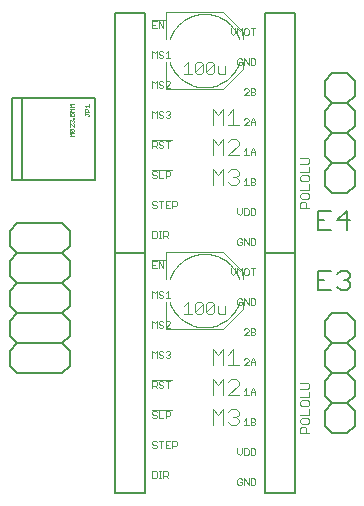
<source format=gto>
G75*
%MOIN*%
%OFA0B0*%
%FSLAX24Y24*%
%IPPOS*%
%LPD*%
%AMOC8*
5,1,8,0,0,1.08239X$1,22.5*
%
%ADD10C,0.0040*%
%ADD11C,0.0060*%
%ADD12C,0.0050*%
%ADD13C,0.0020*%
%ADD14C,0.0030*%
%ADD15C,0.0080*%
%ADD16C,0.0010*%
D10*
X006370Y006620D02*
X006370Y007526D01*
X006370Y008274D02*
X006370Y009180D01*
X008260Y009180D01*
X008930Y008510D01*
X008930Y008274D01*
X008930Y007526D02*
X008930Y007290D01*
X008260Y006620D01*
X006370Y006620D01*
X006489Y008274D02*
X006511Y008338D01*
X006538Y008401D01*
X006568Y008463D01*
X006601Y008522D01*
X006637Y008580D01*
X006677Y008636D01*
X006720Y008689D01*
X006765Y008740D01*
X006813Y008788D01*
X006864Y008833D01*
X006918Y008876D01*
X006974Y008915D01*
X007031Y008952D01*
X007091Y008985D01*
X007153Y009014D01*
X007216Y009040D01*
X007280Y009063D01*
X007346Y009082D01*
X007413Y009097D01*
X007480Y009108D01*
X007548Y009116D01*
X007616Y009120D01*
X007684Y009120D01*
X007752Y009116D01*
X007820Y009108D01*
X007887Y009097D01*
X007954Y009082D01*
X008020Y009063D01*
X008084Y009040D01*
X008147Y009014D01*
X008209Y008985D01*
X008269Y008952D01*
X008326Y008915D01*
X008382Y008876D01*
X008436Y008833D01*
X008487Y008788D01*
X008535Y008740D01*
X008580Y008689D01*
X008623Y008636D01*
X008663Y008580D01*
X008699Y008522D01*
X008732Y008463D01*
X008762Y008401D01*
X008789Y008338D01*
X008811Y008274D01*
X008811Y007526D02*
X008789Y007462D01*
X008762Y007399D01*
X008732Y007337D01*
X008699Y007278D01*
X008663Y007220D01*
X008623Y007164D01*
X008580Y007111D01*
X008535Y007060D01*
X008487Y007012D01*
X008436Y006967D01*
X008382Y006924D01*
X008326Y006885D01*
X008269Y006848D01*
X008209Y006815D01*
X008147Y006786D01*
X008084Y006760D01*
X008020Y006737D01*
X007954Y006718D01*
X007887Y006703D01*
X007820Y006692D01*
X007752Y006684D01*
X007684Y006680D01*
X007616Y006680D01*
X007548Y006684D01*
X007480Y006692D01*
X007413Y006703D01*
X007346Y006718D01*
X007280Y006737D01*
X007216Y006760D01*
X007153Y006786D01*
X007091Y006815D01*
X007031Y006848D01*
X006974Y006885D01*
X006918Y006924D01*
X006864Y006967D01*
X006813Y007012D01*
X006765Y007060D01*
X006720Y007111D01*
X006677Y007164D01*
X006637Y007220D01*
X006601Y007278D01*
X006568Y007337D01*
X006538Y007399D01*
X006511Y007462D01*
X006489Y007526D01*
X007920Y005940D02*
X008093Y005767D01*
X008267Y005940D01*
X008267Y005420D01*
X008436Y005420D02*
X008783Y005420D01*
X008609Y005420D02*
X008609Y005940D01*
X008436Y005767D01*
X007920Y005940D02*
X007920Y005420D01*
X007920Y004940D02*
X008093Y004767D01*
X008267Y004940D01*
X008267Y004420D01*
X008436Y004420D02*
X008783Y004767D01*
X008783Y004854D01*
X008696Y004940D01*
X008522Y004940D01*
X008436Y004854D01*
X008436Y004420D02*
X008783Y004420D01*
X008696Y003940D02*
X008522Y003940D01*
X008436Y003854D01*
X008609Y003680D02*
X008696Y003680D01*
X008783Y003593D01*
X008783Y003507D01*
X008696Y003420D01*
X008522Y003420D01*
X008436Y003507D01*
X008267Y003420D02*
X008267Y003940D01*
X008093Y003767D01*
X007920Y003940D01*
X007920Y003420D01*
X008696Y003680D02*
X008783Y003767D01*
X008783Y003854D01*
X008696Y003940D01*
X007920Y004420D02*
X007920Y004940D01*
X007920Y011420D02*
X007920Y011940D01*
X008093Y011767D01*
X008267Y011940D01*
X008267Y011420D01*
X008436Y011507D02*
X008522Y011420D01*
X008696Y011420D01*
X008783Y011507D01*
X008783Y011593D01*
X008696Y011680D01*
X008609Y011680D01*
X008696Y011680D02*
X008783Y011767D01*
X008783Y011854D01*
X008696Y011940D01*
X008522Y011940D01*
X008436Y011854D01*
X008436Y012420D02*
X008783Y012767D01*
X008783Y012854D01*
X008696Y012940D01*
X008522Y012940D01*
X008436Y012854D01*
X008267Y012940D02*
X008267Y012420D01*
X008436Y012420D02*
X008783Y012420D01*
X008267Y012940D02*
X008093Y012767D01*
X007920Y012940D01*
X007920Y012420D01*
X007920Y013420D02*
X007920Y013940D01*
X008093Y013767D01*
X008267Y013940D01*
X008267Y013420D01*
X008436Y013420D02*
X008783Y013420D01*
X008609Y013420D02*
X008609Y013940D01*
X008436Y013767D01*
X008260Y014620D02*
X006370Y014620D01*
X006370Y015526D01*
X006370Y016274D02*
X006370Y017180D01*
X008260Y017180D01*
X008930Y016510D01*
X008930Y016274D01*
X008930Y015526D02*
X008930Y015290D01*
X008260Y014620D01*
X008811Y016274D02*
X008789Y016338D01*
X008762Y016401D01*
X008732Y016463D01*
X008699Y016522D01*
X008663Y016580D01*
X008623Y016636D01*
X008580Y016689D01*
X008535Y016740D01*
X008487Y016788D01*
X008436Y016833D01*
X008382Y016876D01*
X008326Y016915D01*
X008269Y016952D01*
X008209Y016985D01*
X008147Y017014D01*
X008084Y017040D01*
X008020Y017063D01*
X007954Y017082D01*
X007887Y017097D01*
X007820Y017108D01*
X007752Y017116D01*
X007684Y017120D01*
X007616Y017120D01*
X007548Y017116D01*
X007480Y017108D01*
X007413Y017097D01*
X007346Y017082D01*
X007280Y017063D01*
X007216Y017040D01*
X007153Y017014D01*
X007091Y016985D01*
X007031Y016952D01*
X006974Y016915D01*
X006918Y016876D01*
X006864Y016833D01*
X006813Y016788D01*
X006765Y016740D01*
X006720Y016689D01*
X006677Y016636D01*
X006637Y016580D01*
X006601Y016522D01*
X006568Y016463D01*
X006538Y016401D01*
X006511Y016338D01*
X006489Y016274D01*
X006489Y015526D02*
X006511Y015462D01*
X006538Y015399D01*
X006568Y015337D01*
X006601Y015278D01*
X006637Y015220D01*
X006677Y015164D01*
X006720Y015111D01*
X006765Y015060D01*
X006813Y015012D01*
X006864Y014967D01*
X006918Y014924D01*
X006974Y014885D01*
X007031Y014848D01*
X007091Y014815D01*
X007153Y014786D01*
X007216Y014760D01*
X007280Y014737D01*
X007346Y014718D01*
X007413Y014703D01*
X007480Y014692D01*
X007548Y014684D01*
X007616Y014680D01*
X007684Y014680D01*
X007752Y014684D01*
X007820Y014692D01*
X007887Y014703D01*
X007954Y014718D01*
X008020Y014737D01*
X008084Y014760D01*
X008147Y014786D01*
X008209Y014815D01*
X008269Y014848D01*
X008326Y014885D01*
X008382Y014924D01*
X008436Y014967D01*
X008487Y015012D01*
X008535Y015060D01*
X008580Y015111D01*
X008623Y015164D01*
X008663Y015220D01*
X008699Y015278D01*
X008732Y015337D01*
X008762Y015399D01*
X008789Y015462D01*
X008811Y015526D01*
D11*
X002900Y005150D02*
X001400Y005150D01*
X001150Y005400D01*
X001150Y005900D01*
X001400Y006150D01*
X002900Y006150D01*
X003150Y005900D01*
X003150Y005400D01*
X002900Y005150D01*
X002900Y006150D02*
X003150Y006400D01*
X003150Y006900D01*
X002900Y007150D01*
X001400Y007150D01*
X001150Y006900D01*
X001150Y006400D01*
X001400Y006150D01*
X001400Y007150D02*
X001150Y007400D01*
X001150Y007900D01*
X001400Y008150D01*
X002900Y008150D01*
X003150Y007900D01*
X003150Y007400D01*
X002900Y007150D01*
X002900Y008150D02*
X003150Y008400D01*
X003150Y008900D01*
X002900Y009150D01*
X001400Y009150D01*
X001150Y008900D01*
X001150Y008400D01*
X001400Y008150D01*
X001400Y009150D02*
X001150Y009400D01*
X001150Y009900D01*
X001400Y010150D01*
X002900Y010150D01*
X003150Y009900D01*
X003150Y009400D01*
X002900Y009150D01*
X011430Y008571D02*
X011430Y007930D01*
X011857Y007930D01*
X012075Y008037D02*
X012181Y007930D01*
X012395Y007930D01*
X012502Y008037D01*
X012502Y008144D01*
X012395Y008250D01*
X012288Y008250D01*
X012395Y008250D02*
X012502Y008357D01*
X012502Y008464D01*
X012395Y008571D01*
X012181Y008571D01*
X012075Y008464D01*
X011857Y008571D02*
X011430Y008571D01*
X011430Y008250D02*
X011644Y008250D01*
X011900Y007150D02*
X011650Y006900D01*
X011650Y006400D01*
X011900Y006150D01*
X011650Y005900D01*
X011650Y005400D01*
X011900Y005150D01*
X012400Y005150D01*
X012650Y005400D01*
X012650Y005900D01*
X012400Y006150D01*
X011900Y006150D01*
X012400Y006150D02*
X012650Y006400D01*
X012650Y006900D01*
X012400Y007150D01*
X011900Y007150D01*
X011900Y005150D02*
X011650Y004900D01*
X011650Y004400D01*
X011900Y004150D01*
X011650Y003900D01*
X011650Y003400D01*
X011900Y003150D01*
X012400Y003150D01*
X012650Y003400D01*
X012650Y003900D01*
X012400Y004150D01*
X011900Y004150D01*
X012400Y004150D02*
X012650Y004400D01*
X012650Y004900D01*
X012400Y005150D01*
X012395Y009930D02*
X012395Y010571D01*
X012075Y010250D01*
X012502Y010250D01*
X012400Y011150D02*
X011900Y011150D01*
X011650Y011400D01*
X011650Y011900D01*
X011900Y012150D01*
X011650Y012400D01*
X011650Y012900D01*
X011900Y013150D01*
X011650Y013400D01*
X011650Y013900D01*
X011900Y014150D01*
X011650Y014400D01*
X011650Y014900D01*
X011900Y015150D01*
X012400Y015150D01*
X012650Y014900D01*
X012650Y014400D01*
X012400Y014150D01*
X012650Y013900D01*
X012650Y013400D01*
X012400Y013150D01*
X011900Y013150D01*
X012400Y013150D02*
X012650Y012900D01*
X012650Y012400D01*
X012400Y012150D01*
X012650Y011900D01*
X012650Y011400D01*
X012400Y011150D01*
X011857Y010571D02*
X011430Y010571D01*
X011430Y009930D01*
X011857Y009930D01*
X011644Y010250D02*
X011430Y010250D01*
X011900Y012150D02*
X012400Y012150D01*
X012400Y014150D02*
X011900Y014150D01*
D12*
X010650Y017150D02*
X009650Y017150D01*
X009650Y009150D01*
X010650Y009150D01*
X010650Y001150D01*
X009650Y001150D01*
X009650Y009150D01*
X010650Y009150D01*
X010650Y017150D01*
X005650Y017150D02*
X005650Y009150D01*
X005650Y001150D01*
X004650Y001150D01*
X004650Y009150D01*
X005650Y009150D01*
X004650Y009150D01*
X004650Y017150D01*
X005650Y017150D01*
D13*
X005900Y016920D02*
X006342Y016920D01*
X006278Y016880D02*
X006278Y016660D01*
X006131Y016880D01*
X006131Y016660D01*
X006057Y016660D02*
X005910Y016660D01*
X005910Y016880D01*
X006057Y016880D01*
X005983Y016770D02*
X005910Y016770D01*
X005910Y015880D02*
X005983Y015807D01*
X006057Y015880D01*
X006057Y015660D01*
X006131Y015697D02*
X006168Y015660D01*
X006241Y015660D01*
X006278Y015697D01*
X006278Y015733D01*
X006241Y015770D01*
X006168Y015770D01*
X006131Y015807D01*
X006131Y015843D01*
X006168Y015880D01*
X006241Y015880D01*
X006278Y015843D01*
X006352Y015807D02*
X006425Y015880D01*
X006425Y015660D01*
X006352Y015660D02*
X006499Y015660D01*
X006462Y014880D02*
X006389Y014880D01*
X006352Y014843D01*
X006278Y014843D02*
X006241Y014880D01*
X006168Y014880D01*
X006131Y014843D01*
X006131Y014807D01*
X006168Y014770D01*
X006241Y014770D01*
X006278Y014733D01*
X006278Y014697D01*
X006241Y014660D01*
X006168Y014660D01*
X006131Y014697D01*
X006057Y014660D02*
X006057Y014880D01*
X005983Y014807D01*
X005910Y014880D01*
X005910Y014660D01*
X006352Y014660D02*
X006499Y014807D01*
X006499Y014843D01*
X006462Y014880D01*
X006499Y014660D02*
X006352Y014660D01*
X006389Y013880D02*
X006462Y013880D01*
X006499Y013843D01*
X006499Y013807D01*
X006462Y013770D01*
X006499Y013733D01*
X006499Y013697D01*
X006462Y013660D01*
X006389Y013660D01*
X006352Y013697D01*
X006278Y013697D02*
X006278Y013733D01*
X006241Y013770D01*
X006168Y013770D01*
X006131Y013807D01*
X006131Y013843D01*
X006168Y013880D01*
X006241Y013880D01*
X006278Y013843D01*
X006352Y013843D02*
X006389Y013880D01*
X006425Y013770D02*
X006462Y013770D01*
X006278Y013697D02*
X006241Y013660D01*
X006168Y013660D01*
X006131Y013697D01*
X006057Y013660D02*
X006057Y013880D01*
X005983Y013807D01*
X005910Y013880D01*
X005910Y013660D01*
X005900Y012920D02*
X006563Y012920D01*
X006499Y012880D02*
X006352Y012880D01*
X006425Y012880D02*
X006425Y012660D01*
X006278Y012697D02*
X006241Y012660D01*
X006168Y012660D01*
X006131Y012697D01*
X006168Y012770D02*
X006241Y012770D01*
X006278Y012733D01*
X006278Y012697D01*
X006168Y012770D02*
X006131Y012807D01*
X006131Y012843D01*
X006168Y012880D01*
X006241Y012880D01*
X006278Y012843D01*
X006057Y012843D02*
X006057Y012770D01*
X006020Y012733D01*
X005910Y012733D01*
X005910Y012660D02*
X005910Y012880D01*
X006020Y012880D01*
X006057Y012843D01*
X005983Y012733D02*
X006057Y012660D01*
X005900Y011920D02*
X006563Y011920D01*
X006499Y011843D02*
X006462Y011880D01*
X006352Y011880D01*
X006352Y011660D01*
X006352Y011733D02*
X006462Y011733D01*
X006499Y011770D01*
X006499Y011843D01*
X006278Y011660D02*
X006131Y011660D01*
X006131Y011880D01*
X006057Y011843D02*
X006020Y011880D01*
X005947Y011880D01*
X005910Y011843D01*
X005910Y011807D01*
X005947Y011770D01*
X006020Y011770D01*
X006057Y011733D01*
X006057Y011697D01*
X006020Y011660D01*
X005947Y011660D01*
X005910Y011697D01*
X005947Y010880D02*
X005910Y010843D01*
X005910Y010807D01*
X005947Y010770D01*
X006020Y010770D01*
X006057Y010733D01*
X006057Y010697D01*
X006020Y010660D01*
X005947Y010660D01*
X005910Y010697D01*
X005947Y010880D02*
X006020Y010880D01*
X006057Y010843D01*
X006131Y010880D02*
X006278Y010880D01*
X006204Y010880D02*
X006204Y010660D01*
X006352Y010660D02*
X006499Y010660D01*
X006573Y010660D02*
X006573Y010880D01*
X006683Y010880D01*
X006720Y010843D01*
X006720Y010770D01*
X006683Y010733D01*
X006573Y010733D01*
X006425Y010770D02*
X006352Y010770D01*
X006352Y010880D02*
X006352Y010660D01*
X006352Y010880D02*
X006499Y010880D01*
X006388Y009880D02*
X006278Y009880D01*
X006278Y009660D01*
X006278Y009733D02*
X006388Y009733D01*
X006425Y009770D01*
X006425Y009843D01*
X006388Y009880D01*
X006352Y009733D02*
X006425Y009660D01*
X006204Y009660D02*
X006131Y009660D01*
X006168Y009660D02*
X006168Y009880D01*
X006204Y009880D02*
X006131Y009880D01*
X006057Y009843D02*
X006057Y009697D01*
X006020Y009660D01*
X005910Y009660D01*
X005910Y009880D01*
X006020Y009880D01*
X006057Y009843D01*
X005900Y008920D02*
X006342Y008920D01*
X006278Y008880D02*
X006278Y008660D01*
X006131Y008880D01*
X006131Y008660D01*
X006057Y008660D02*
X005910Y008660D01*
X005910Y008880D01*
X006057Y008880D01*
X005983Y008770D02*
X005910Y008770D01*
X005910Y007880D02*
X005983Y007807D01*
X006057Y007880D01*
X006057Y007660D01*
X006131Y007697D02*
X006168Y007660D01*
X006241Y007660D01*
X006278Y007697D01*
X006278Y007733D01*
X006241Y007770D01*
X006168Y007770D01*
X006131Y007807D01*
X006131Y007843D01*
X006168Y007880D01*
X006241Y007880D01*
X006278Y007843D01*
X006352Y007807D02*
X006425Y007880D01*
X006425Y007660D01*
X006352Y007660D02*
X006499Y007660D01*
X006462Y006880D02*
X006389Y006880D01*
X006352Y006843D01*
X006278Y006843D02*
X006241Y006880D01*
X006168Y006880D01*
X006131Y006843D01*
X006131Y006807D01*
X006168Y006770D01*
X006241Y006770D01*
X006278Y006733D01*
X006278Y006697D01*
X006241Y006660D01*
X006168Y006660D01*
X006131Y006697D01*
X006057Y006660D02*
X006057Y006880D01*
X005983Y006807D01*
X005910Y006880D01*
X005910Y006660D01*
X006352Y006660D02*
X006499Y006807D01*
X006499Y006843D01*
X006462Y006880D01*
X006499Y006660D02*
X006352Y006660D01*
X006389Y005880D02*
X006462Y005880D01*
X006499Y005843D01*
X006499Y005807D01*
X006462Y005770D01*
X006499Y005733D01*
X006499Y005697D01*
X006462Y005660D01*
X006389Y005660D01*
X006352Y005697D01*
X006278Y005697D02*
X006241Y005660D01*
X006168Y005660D01*
X006131Y005697D01*
X006168Y005770D02*
X006241Y005770D01*
X006278Y005733D01*
X006278Y005697D01*
X006168Y005770D02*
X006131Y005807D01*
X006131Y005843D01*
X006168Y005880D01*
X006241Y005880D01*
X006278Y005843D01*
X006352Y005843D02*
X006389Y005880D01*
X006425Y005770D02*
X006462Y005770D01*
X006057Y005880D02*
X006057Y005660D01*
X005910Y005660D02*
X005910Y005880D01*
X005983Y005807D01*
X006057Y005880D01*
X005900Y004920D02*
X006563Y004920D01*
X006499Y004880D02*
X006352Y004880D01*
X006425Y004880D02*
X006425Y004660D01*
X006278Y004697D02*
X006241Y004660D01*
X006168Y004660D01*
X006131Y004697D01*
X006168Y004770D02*
X006241Y004770D01*
X006278Y004733D01*
X006278Y004697D01*
X006168Y004770D02*
X006131Y004807D01*
X006131Y004843D01*
X006168Y004880D01*
X006241Y004880D01*
X006278Y004843D01*
X006057Y004843D02*
X006057Y004770D01*
X006020Y004733D01*
X005910Y004733D01*
X005910Y004660D02*
X005910Y004880D01*
X006020Y004880D01*
X006057Y004843D01*
X005983Y004733D02*
X006057Y004660D01*
X005900Y003920D02*
X006563Y003920D01*
X006499Y003843D02*
X006499Y003770D01*
X006462Y003733D01*
X006352Y003733D01*
X006352Y003660D02*
X006352Y003880D01*
X006462Y003880D01*
X006499Y003843D01*
X006278Y003660D02*
X006131Y003660D01*
X006131Y003880D01*
X006057Y003843D02*
X006020Y003880D01*
X005947Y003880D01*
X005910Y003843D01*
X005910Y003807D01*
X005947Y003770D01*
X006020Y003770D01*
X006057Y003733D01*
X006057Y003697D01*
X006020Y003660D01*
X005947Y003660D01*
X005910Y003697D01*
X005947Y002880D02*
X005910Y002843D01*
X005910Y002807D01*
X005947Y002770D01*
X006020Y002770D01*
X006057Y002733D01*
X006057Y002697D01*
X006020Y002660D01*
X005947Y002660D01*
X005910Y002697D01*
X005947Y002880D02*
X006020Y002880D01*
X006057Y002843D01*
X006131Y002880D02*
X006278Y002880D01*
X006204Y002880D02*
X006204Y002660D01*
X006352Y002660D02*
X006499Y002660D01*
X006573Y002660D02*
X006573Y002880D01*
X006683Y002880D01*
X006720Y002843D01*
X006720Y002770D01*
X006683Y002733D01*
X006573Y002733D01*
X006425Y002770D02*
X006352Y002770D01*
X006352Y002880D02*
X006352Y002660D01*
X006352Y002880D02*
X006499Y002880D01*
X006388Y001880D02*
X006278Y001880D01*
X006278Y001660D01*
X006278Y001733D02*
X006388Y001733D01*
X006425Y001770D01*
X006425Y001843D01*
X006388Y001880D01*
X006352Y001733D02*
X006425Y001660D01*
X006204Y001660D02*
X006131Y001660D01*
X006168Y001660D02*
X006168Y001880D01*
X006204Y001880D02*
X006131Y001880D01*
X006057Y001843D02*
X006057Y001697D01*
X006020Y001660D01*
X005910Y001660D01*
X005910Y001880D01*
X006020Y001880D01*
X006057Y001843D01*
X008747Y001603D02*
X008747Y001457D01*
X008784Y001420D01*
X008857Y001420D01*
X008894Y001457D01*
X008894Y001530D01*
X008820Y001530D01*
X008747Y001603D02*
X008784Y001640D01*
X008857Y001640D01*
X008894Y001603D01*
X008968Y001640D02*
X009115Y001420D01*
X009115Y001640D01*
X009189Y001640D02*
X009299Y001640D01*
X009336Y001603D01*
X009336Y001457D01*
X009299Y001420D01*
X009189Y001420D01*
X009189Y001640D01*
X008968Y001640D02*
X008968Y001420D01*
X008968Y002420D02*
X009078Y002420D01*
X009115Y002457D01*
X009115Y002603D01*
X009078Y002640D01*
X008968Y002640D01*
X008968Y002420D01*
X008894Y002493D02*
X008894Y002640D01*
X008894Y002493D02*
X008820Y002420D01*
X008747Y002493D01*
X008747Y002640D01*
X009189Y002640D02*
X009189Y002420D01*
X009299Y002420D01*
X009336Y002457D01*
X009336Y002603D01*
X009299Y002640D01*
X009189Y002640D01*
X009189Y003420D02*
X009299Y003420D01*
X009336Y003457D01*
X009336Y003493D01*
X009299Y003530D01*
X009189Y003530D01*
X009189Y003420D02*
X009189Y003640D01*
X009299Y003640D01*
X009336Y003603D01*
X009336Y003567D01*
X009299Y003530D01*
X009115Y003420D02*
X008968Y003420D01*
X009041Y003420D02*
X009041Y003640D01*
X008968Y003567D01*
X008968Y004420D02*
X009115Y004420D01*
X009041Y004420D02*
X009041Y004640D01*
X008968Y004567D01*
X009189Y004567D02*
X009262Y004640D01*
X009336Y004567D01*
X009336Y004420D01*
X009336Y004530D02*
X009189Y004530D01*
X009189Y004567D02*
X009189Y004420D01*
X009189Y005420D02*
X009189Y005567D01*
X009262Y005640D01*
X009336Y005567D01*
X009336Y005420D01*
X009336Y005530D02*
X009189Y005530D01*
X009115Y005567D02*
X009115Y005603D01*
X009078Y005640D01*
X009005Y005640D01*
X008968Y005603D01*
X009115Y005567D02*
X008968Y005420D01*
X009115Y005420D01*
X009115Y006420D02*
X008968Y006420D01*
X009115Y006567D01*
X009115Y006603D01*
X009078Y006640D01*
X009005Y006640D01*
X008968Y006603D01*
X009189Y006640D02*
X009189Y006420D01*
X009299Y006420D01*
X009336Y006457D01*
X009336Y006493D01*
X009299Y006530D01*
X009189Y006530D01*
X009299Y006530D02*
X009336Y006567D01*
X009336Y006603D01*
X009299Y006640D01*
X009189Y006640D01*
X009189Y007420D02*
X009299Y007420D01*
X009336Y007457D01*
X009336Y007603D01*
X009299Y007640D01*
X009189Y007640D01*
X009189Y007420D01*
X009115Y007420D02*
X009115Y007640D01*
X008968Y007640D02*
X009115Y007420D01*
X008968Y007420D02*
X008968Y007640D01*
X008894Y007603D02*
X008857Y007640D01*
X008784Y007640D01*
X008747Y007603D01*
X008747Y007457D01*
X008784Y007420D01*
X008857Y007420D01*
X008894Y007457D01*
X008894Y007530D01*
X008820Y007530D01*
X008747Y008420D02*
X008747Y008640D01*
X008820Y008567D01*
X008894Y008640D01*
X008894Y008420D01*
X008968Y008457D02*
X009005Y008420D01*
X009078Y008420D01*
X009115Y008457D01*
X009115Y008603D01*
X009078Y008640D01*
X009005Y008640D01*
X008968Y008603D01*
X008968Y008457D01*
X009189Y008640D02*
X009336Y008640D01*
X009262Y008640D02*
X009262Y008420D01*
X008673Y008493D02*
X008673Y008640D01*
X008673Y008493D02*
X008599Y008420D01*
X008526Y008493D01*
X008526Y008640D01*
X008784Y009420D02*
X008857Y009420D01*
X008894Y009457D01*
X008894Y009530D01*
X008820Y009530D01*
X008747Y009603D02*
X008747Y009457D01*
X008784Y009420D01*
X008968Y009420D02*
X008968Y009640D01*
X009115Y009420D01*
X009115Y009640D01*
X009189Y009640D02*
X009299Y009640D01*
X009336Y009603D01*
X009336Y009457D01*
X009299Y009420D01*
X009189Y009420D01*
X009189Y009640D01*
X008894Y009603D02*
X008857Y009640D01*
X008784Y009640D01*
X008747Y009603D01*
X008820Y010420D02*
X008894Y010493D01*
X008894Y010640D01*
X008968Y010640D02*
X009078Y010640D01*
X009115Y010603D01*
X009115Y010457D01*
X009078Y010420D01*
X008968Y010420D01*
X008968Y010640D01*
X008747Y010640D02*
X008747Y010493D01*
X008820Y010420D01*
X009189Y010420D02*
X009299Y010420D01*
X009336Y010457D01*
X009336Y010603D01*
X009299Y010640D01*
X009189Y010640D01*
X009189Y010420D01*
X009189Y011420D02*
X009299Y011420D01*
X009336Y011457D01*
X009336Y011493D01*
X009299Y011530D01*
X009189Y011530D01*
X009189Y011420D02*
X009189Y011640D01*
X009299Y011640D01*
X009336Y011603D01*
X009336Y011567D01*
X009299Y011530D01*
X009115Y011420D02*
X008968Y011420D01*
X009041Y011420D02*
X009041Y011640D01*
X008968Y011567D01*
X008968Y012420D02*
X009115Y012420D01*
X009041Y012420D02*
X009041Y012640D01*
X008968Y012567D01*
X009189Y012567D02*
X009189Y012420D01*
X009189Y012530D02*
X009336Y012530D01*
X009336Y012567D02*
X009336Y012420D01*
X009336Y012567D02*
X009262Y012640D01*
X009189Y012567D01*
X009189Y013420D02*
X009189Y013567D01*
X009262Y013640D01*
X009336Y013567D01*
X009336Y013420D01*
X009336Y013530D02*
X009189Y013530D01*
X009115Y013567D02*
X009115Y013603D01*
X009078Y013640D01*
X009005Y013640D01*
X008968Y013603D01*
X009115Y013567D02*
X008968Y013420D01*
X009115Y013420D01*
X009115Y014420D02*
X008968Y014420D01*
X009115Y014567D01*
X009115Y014603D01*
X009078Y014640D01*
X009005Y014640D01*
X008968Y014603D01*
X009189Y014640D02*
X009189Y014420D01*
X009299Y014420D01*
X009336Y014457D01*
X009336Y014493D01*
X009299Y014530D01*
X009189Y014530D01*
X009299Y014530D02*
X009336Y014567D01*
X009336Y014603D01*
X009299Y014640D01*
X009189Y014640D01*
X009189Y015420D02*
X009299Y015420D01*
X009336Y015457D01*
X009336Y015603D01*
X009299Y015640D01*
X009189Y015640D01*
X009189Y015420D01*
X009115Y015420D02*
X009115Y015640D01*
X008968Y015640D02*
X009115Y015420D01*
X008968Y015420D02*
X008968Y015640D01*
X008894Y015603D02*
X008857Y015640D01*
X008784Y015640D01*
X008747Y015603D01*
X008747Y015457D01*
X008784Y015420D01*
X008857Y015420D01*
X008894Y015457D01*
X008894Y015530D01*
X008820Y015530D01*
X008747Y016420D02*
X008747Y016640D01*
X008820Y016567D01*
X008894Y016640D01*
X008894Y016420D01*
X008968Y016457D02*
X009005Y016420D01*
X009078Y016420D01*
X009115Y016457D01*
X009115Y016603D01*
X009078Y016640D01*
X009005Y016640D01*
X008968Y016603D01*
X008968Y016457D01*
X009189Y016640D02*
X009336Y016640D01*
X009262Y016640D02*
X009262Y016420D01*
X008673Y016493D02*
X008599Y016420D01*
X008526Y016493D01*
X008526Y016640D01*
X008673Y016640D02*
X008673Y016493D01*
X005910Y015880D02*
X005910Y015660D01*
X005910Y007880D02*
X005910Y007660D01*
D14*
X006976Y007384D02*
X007099Y007508D01*
X007099Y007137D01*
X006976Y007137D02*
X007223Y007137D01*
X007344Y007199D02*
X007344Y007446D01*
X007406Y007508D01*
X007529Y007508D01*
X007591Y007446D01*
X007344Y007199D01*
X007406Y007137D01*
X007529Y007137D01*
X007591Y007199D01*
X007591Y007446D01*
X007713Y007446D02*
X007774Y007508D01*
X007898Y007508D01*
X007960Y007446D01*
X007713Y007199D01*
X007774Y007137D01*
X007898Y007137D01*
X007960Y007199D01*
X007960Y007446D01*
X008081Y007384D02*
X008081Y007199D01*
X008143Y007137D01*
X008328Y007137D01*
X008328Y007384D01*
X007713Y007446D02*
X007713Y007199D01*
X010845Y004832D02*
X011087Y004832D01*
X011135Y004783D01*
X011135Y004687D01*
X011087Y004638D01*
X010845Y004638D01*
X010845Y004344D02*
X011135Y004344D01*
X011135Y004537D01*
X011087Y004242D02*
X010893Y004242D01*
X010845Y004194D01*
X010845Y004097D01*
X010893Y004049D01*
X011087Y004049D01*
X011135Y004097D01*
X011135Y004194D01*
X011087Y004242D01*
X011135Y003948D02*
X011135Y003754D01*
X010845Y003754D01*
X010893Y003653D02*
X010845Y003605D01*
X010845Y003508D01*
X010893Y003460D01*
X011087Y003460D01*
X011135Y003508D01*
X011135Y003605D01*
X011087Y003653D01*
X010893Y003653D01*
X010893Y003358D02*
X010990Y003358D01*
X011038Y003310D01*
X011038Y003165D01*
X011135Y003165D02*
X010845Y003165D01*
X010845Y003310D01*
X010893Y003358D01*
X010845Y010665D02*
X010845Y010810D01*
X010893Y010858D01*
X010990Y010858D01*
X011038Y010810D01*
X011038Y010665D01*
X011135Y010665D02*
X010845Y010665D01*
X010893Y010960D02*
X011087Y010960D01*
X011135Y011008D01*
X011135Y011105D01*
X011087Y011153D01*
X010893Y011153D01*
X010845Y011105D01*
X010845Y011008D01*
X010893Y010960D01*
X010845Y011254D02*
X011135Y011254D01*
X011135Y011448D01*
X011087Y011549D02*
X011135Y011597D01*
X011135Y011694D01*
X011087Y011742D01*
X010893Y011742D01*
X010845Y011694D01*
X010845Y011597D01*
X010893Y011549D01*
X011087Y011549D01*
X011135Y011844D02*
X011135Y012037D01*
X011087Y012138D02*
X011135Y012187D01*
X011135Y012283D01*
X011087Y012332D01*
X010845Y012332D01*
X010845Y012138D02*
X011087Y012138D01*
X011135Y011844D02*
X010845Y011844D01*
X008328Y015137D02*
X008328Y015384D01*
X008328Y015137D02*
X008143Y015137D01*
X008081Y015199D01*
X008081Y015384D01*
X007960Y015446D02*
X007960Y015199D01*
X007898Y015137D01*
X007774Y015137D01*
X007713Y015199D01*
X007960Y015446D01*
X007898Y015508D01*
X007774Y015508D01*
X007713Y015446D01*
X007713Y015199D01*
X007591Y015199D02*
X007529Y015137D01*
X007406Y015137D01*
X007344Y015199D01*
X007591Y015446D01*
X007591Y015199D01*
X007591Y015446D02*
X007529Y015508D01*
X007406Y015508D01*
X007344Y015446D01*
X007344Y015199D01*
X007223Y015137D02*
X006976Y015137D01*
X007099Y015137D02*
X007099Y015508D01*
X006976Y015384D01*
D15*
X003989Y014339D02*
X003989Y011583D01*
X001548Y011583D01*
X001548Y014339D01*
X003989Y014339D01*
X001548Y014339D02*
X001233Y014339D01*
X001233Y011583D01*
X001548Y011583D01*
D16*
X003155Y013050D02*
X003205Y013100D01*
X003155Y013150D01*
X003305Y013150D01*
X003280Y013197D02*
X003180Y013297D01*
X003280Y013297D01*
X003305Y013272D01*
X003305Y013222D01*
X003280Y013197D01*
X003180Y013197D01*
X003155Y013222D01*
X003155Y013272D01*
X003180Y013297D01*
X003180Y013345D02*
X003155Y013370D01*
X003155Y013420D01*
X003180Y013445D01*
X003205Y013445D01*
X003305Y013345D01*
X003305Y013445D01*
X003280Y013492D02*
X003305Y013517D01*
X003305Y013567D01*
X003280Y013592D01*
X003255Y013592D01*
X003230Y013567D01*
X003230Y013542D01*
X003230Y013567D02*
X003205Y013592D01*
X003180Y013592D01*
X003155Y013567D01*
X003155Y013517D01*
X003180Y013492D01*
X003280Y013639D02*
X003280Y013664D01*
X003305Y013664D01*
X003305Y013639D01*
X003280Y013639D01*
X003280Y013713D02*
X003305Y013738D01*
X003305Y013788D01*
X003280Y013813D01*
X003230Y013813D01*
X003205Y013788D01*
X003205Y013763D01*
X003230Y013713D01*
X003155Y013713D01*
X003155Y013813D01*
X003155Y013860D02*
X003205Y013910D01*
X003155Y013960D01*
X003305Y013960D01*
X003305Y014008D02*
X003155Y014008D01*
X003205Y014058D01*
X003155Y014108D01*
X003305Y014108D01*
X003305Y013860D02*
X003155Y013860D01*
X003655Y013860D02*
X003655Y013935D01*
X003680Y013960D01*
X003730Y013960D01*
X003755Y013935D01*
X003755Y013860D01*
X003805Y013860D02*
X003655Y013860D01*
X003655Y013813D02*
X003655Y013763D01*
X003655Y013788D02*
X003780Y013788D01*
X003805Y013763D01*
X003805Y013738D01*
X003780Y013713D01*
X003805Y014008D02*
X003805Y014108D01*
X003805Y014058D02*
X003655Y014058D01*
X003705Y014008D01*
X003305Y013050D02*
X003155Y013050D01*
M02*

</source>
